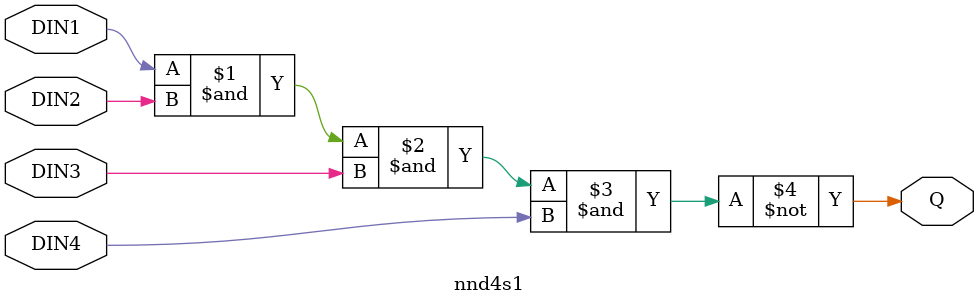
<source format=v>


module nnd2s1 (
    input DIN1,
    input DIN2,
    output Q
);
    assign Q = ~(DIN1 & DIN2);
endmodule

module or5s1 (
    input DIN1,
    input DIN2,
    input DIN3,
    input DIN4,
    input DIN5,
    output Q
);
    assign Q = DIN1 | DIN2 | DIN3 | DIN4 | DIN5;
endmodule

module xor2s1 (
    input DIN1,
    input DIN2,
    output Q
);
    assign Q = DIN1 ^ DIN2;
endmodule

module hi1s1 (
    input DIN,  // 数据输入
    output Q    // 输出
);
    assign Q = DIN;  // 将输入信号传递到输出
endmodule

module nor2s1 (
    input DIN1,
    input DIN2,
    output Q
);
    assign Q = ~(DIN1 | DIN2);
endmodule

module nnd4s1 (
    input DIN1,
    input DIN2,
    input DIN3,
    input DIN4,
    output Q
);
    assign Q = ~(DIN1 & DIN2 & DIN3 & DIN4);
endmodule

</source>
